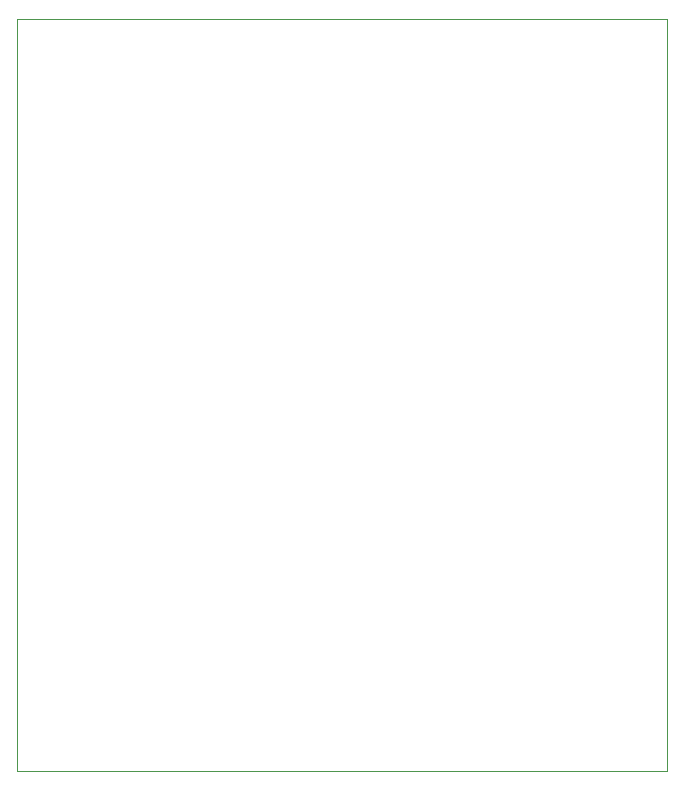
<source format=gbr>
%TF.GenerationSoftware,KiCad,Pcbnew,(5.1.9)-1*%
%TF.CreationDate,2021-04-26T03:37:11+02:00*%
%TF.ProjectId,HB-Uni-SEN-ORB,48422d55-6e69-42d5-9345-4e2d4f52422e,rev?*%
%TF.SameCoordinates,Original*%
%TF.FileFunction,Profile,NP*%
%FSLAX46Y46*%
G04 Gerber Fmt 4.6, Leading zero omitted, Abs format (unit mm)*
G04 Created by KiCad (PCBNEW (5.1.9)-1) date 2021-04-26 03:37:11*
%MOMM*%
%LPD*%
G01*
G04 APERTURE LIST*
%TA.AperFunction,Profile*%
%ADD10C,0.050000*%
%TD*%
G04 APERTURE END LIST*
D10*
X164500000Y-104700000D02*
X164500000Y-41000000D01*
X109400000Y-104700000D02*
X164500000Y-104700000D01*
X109400000Y-41000000D02*
X109400000Y-104700000D01*
X164500000Y-41000000D02*
X109400000Y-41000000D01*
M02*

</source>
